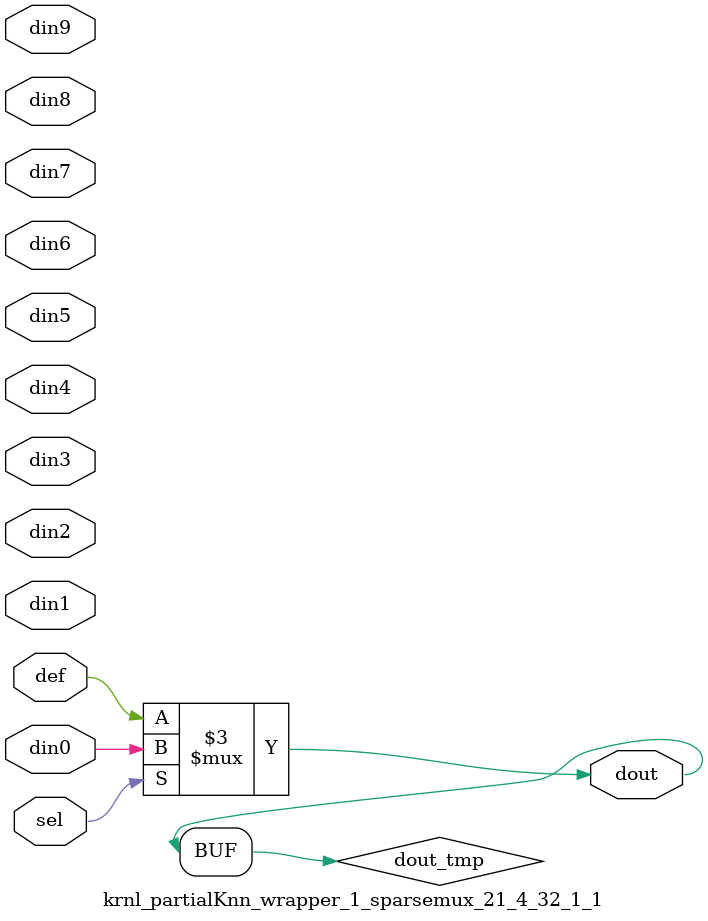
<source format=v>
`timescale 1 ns / 1 ps
module krnl_partialKnn_wrapper_1_sparsemux_21_4_32_1_1 (din0,din1,din2,din3,din4,din5,din6,din7,din8,din9,def,sel,dout);
parameter din0_WIDTH = 1;
parameter din1_WIDTH = 1;
parameter din2_WIDTH = 1;
parameter din3_WIDTH = 1;
parameter din4_WIDTH = 1;
parameter din5_WIDTH = 1;
parameter din6_WIDTH = 1;
parameter din7_WIDTH = 1;
parameter din8_WIDTH = 1;
parameter din9_WIDTH = 1;
parameter def_WIDTH = 1;
parameter sel_WIDTH = 1;
parameter dout_WIDTH = 1;
parameter [sel_WIDTH-1:0] CASE0 = 1;
parameter [sel_WIDTH-1:0] CASE1 = 1;
parameter [sel_WIDTH-1:0] CASE2 = 1;
parameter [sel_WIDTH-1:0] CASE3 = 1;
parameter [sel_WIDTH-1:0] CASE4 = 1;
parameter [sel_WIDTH-1:0] CASE5 = 1;
parameter [sel_WIDTH-1:0] CASE6 = 1;
parameter [sel_WIDTH-1:0] CASE7 = 1;
parameter [sel_WIDTH-1:0] CASE8 = 1;
parameter [sel_WIDTH-1:0] CASE9 = 1;
parameter ID = 1;
parameter NUM_STAGE = 1;
input [din0_WIDTH-1:0] din0;
input [din1_WIDTH-1:0] din1;
input [din2_WIDTH-1:0] din2;
input [din3_WIDTH-1:0] din3;
input [din4_WIDTH-1:0] din4;
input [din5_WIDTH-1:0] din5;
input [din6_WIDTH-1:0] din6;
input [din7_WIDTH-1:0] din7;
input [din8_WIDTH-1:0] din8;
input [din9_WIDTH-1:0] din9;
input [def_WIDTH-1:0] def;
input [sel_WIDTH-1:0] sel;
output [dout_WIDTH-1:0] dout;
reg [dout_WIDTH-1:0] dout_tmp;
always @ (*) begin
case (sel)
    
    CASE0 : dout_tmp = din0;
    
    CASE1 : dout_tmp = din1;
    
    CASE2 : dout_tmp = din2;
    
    CASE3 : dout_tmp = din3;
    
    CASE4 : dout_tmp = din4;
    
    CASE5 : dout_tmp = din5;
    
    CASE6 : dout_tmp = din6;
    
    CASE7 : dout_tmp = din7;
    
    CASE8 : dout_tmp = din8;
    
    CASE9 : dout_tmp = din9;
    
    default : dout_tmp = def;
endcase
end
assign dout = dout_tmp;
endmodule
</source>
